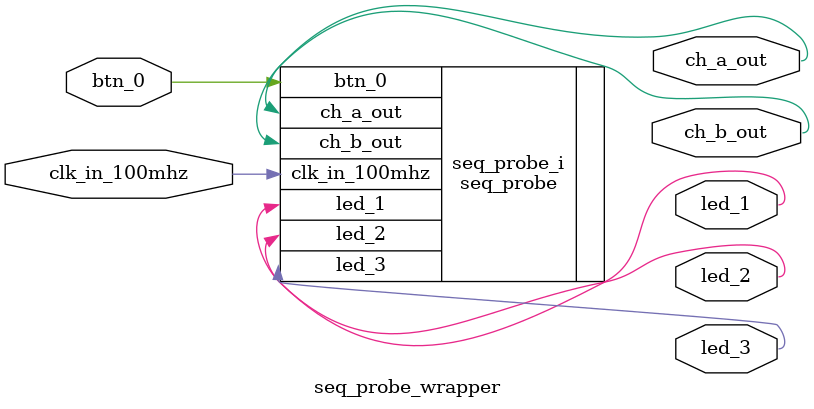
<source format=v>
`timescale 1 ps / 1 ps

module seq_probe_wrapper
   (btn_0,
    ch_a_out,
    ch_b_out,
    clk_in_100mhz,
    led_1,
    led_2,
    led_3);
  input btn_0;
  output ch_a_out;
  output ch_b_out;
  input clk_in_100mhz;
  output led_1;
  output led_2;
  output led_3;

  wire btn_0;
  wire ch_a_out;
  wire ch_b_out;
  wire clk_in_100mhz;
  wire led_1;
  wire led_2;
  wire led_3;

  seq_probe seq_probe_i
       (.btn_0(btn_0),
        .ch_a_out(ch_a_out),
        .ch_b_out(ch_b_out),
        .clk_in_100mhz(clk_in_100mhz),
        .led_1(led_1),
        .led_2(led_2),
        .led_3(led_3));
endmodule

</source>
